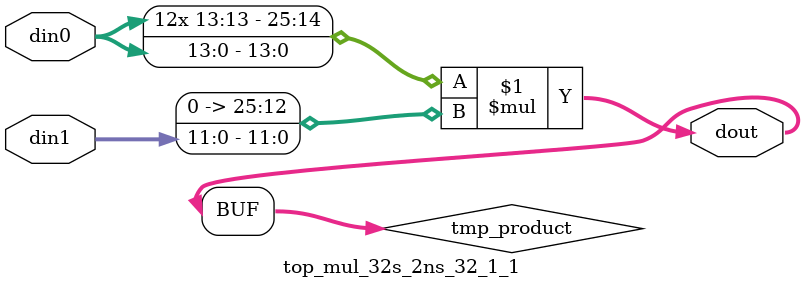
<source format=v>

`timescale 1 ns / 1 ps

  module top_mul_32s_2ns_32_1_1(din0, din1, dout);
parameter ID = 1;
parameter NUM_STAGE = 0;
parameter din0_WIDTH = 14;
parameter din1_WIDTH = 12;
parameter dout_WIDTH = 26;

input [din0_WIDTH - 1 : 0] din0; 
input [din1_WIDTH - 1 : 0] din1; 
output [dout_WIDTH - 1 : 0] dout;

wire signed [dout_WIDTH - 1 : 0] tmp_product;












assign tmp_product = $signed(din0) * $signed({1'b0, din1});









assign dout = tmp_product;







endmodule

</source>
